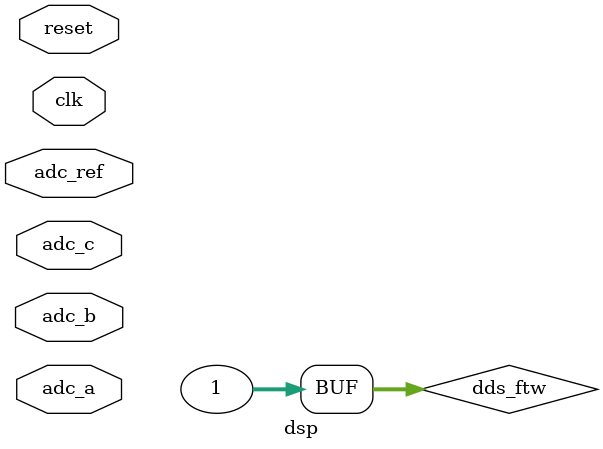
<source format=v>


`timescale 1 ns / 1 ns

module dsp #(
    parameter LO_FTW=1
) (
    input               clk,
    input               reset,
    input signed [13:0] adc_ref,
    input signed [13:0] adc_a,
    input signed [13:0] adc_b,
    input signed [13:0] adc_c
);
    wire [31:0] dds_ftw = LO_FTW;
    wire signed [17:0] lo_sin;
    wire signed [17:0] lo_cos;

    // ---------------------------------
    //  Generate local oscillator (LO)
    // ---------------------------------
    // shared for all channels
    rot_dds #(
        .lo_amp         (18'd79590)
    ) dds_inst (
        .clk            (clk),
        .reset          (reset),
        .phase_step_h   (dds_ftw[31:12]),
        .phase_step_l   (dds_ftw[11:0]),
        .modulo         (12'h0),
        .cosa           (lo_cos),
        .sina           (lo_sin)
    );

    wire signed [19:0] result_i;
    wire signed [19:0] result_q;
    wire strobe_cc;

    // ---------------------------------
    //  Digital down-converter
    // ---------------------------------
    //  * complex multiplication with complex LO to
    //    move signal of interest close to 0 Hz
    //  * Lowpass + decimation by factor of `cic_period`
    //  * Implemented as polyphase CIC filter,
    //    pipelined for `nadc` channels
    //  * outputs IQ of first channel on `strobe_cc` rising edge
    //  * `strobe_cc` falling edge after outputting last channel
    //  * contains circular waveform buffer functionality
    //    (not used yet)
    iq_trace #(
        .dw        (14),
        .oscw      (18),
        .davr      (3),
        .ow        (28),
        .rw        (20),
        .pcw       (13),
        .shift_base(7),
        .nadc      (4),
        .aw        (8)
    ) iq_trace_inst (
        .clk       (clk),
        .reset     (reset),
        .trig      (1'b1),
        .trig_mode (2'd0),
        .adcs      ({adc_c, adc_b, adc_a, adc_ref}),
        .cosa      (lo_cos),
        .sina      (lo_sin),

        .cic_period(13'd48),
        .cic_shift (4'd0),

        .result_i  (result_i),
        .result_q  (result_q),
        .strobe_cc (strobe_cc)
        // .keep      (keep)

    );


    // ---------------------------------
    //  arctan2(I, Q) (cordic)
    // ---------------------------------
    // convert IQ to polar coordinates to get
    // magnitude / angle
    // pipelined for `nadc` channels
    wire signed [19:0] mag_out;
    wire signed [20:0] phase_out;
    cordicg_b22 #(
        .nstg       (20),   // latency - 1
        .width      (20),
        .def_op     (2'd1)  // rect to polar, yout = 0
    ) cordic_r2p (
        .clk        (clk),
        .opin       (2'd1),
        .xin        (result_i),
        .yin        (result_q),
        .phasein    (21'h0),
        .yout       (),
        .xout       (mag_out),
        .phaseout   (phase_out)
    );

    wire strobe_r2p;
    reg_delay #(
        .dw (1),
        .len(21)
    ) strobe_delay (
        .clk  (clk),
        .reset(1'b0),
        .gate (1'b1),
        .din  (strobe_cc),
        .dout (strobe_r2p)
    );

    // ---------------------------------
    //  de-serialize (latch) the stream
    // ---------------------------------
    // also calculate phase difference to reference channel
    reg [19:0] mag_ref = 20'h0;
    reg [19:0] mag_a = 20'h0;
    reg [19:0] mag_b = 20'h0;
    reg [19:0] mag_c = 20'h0;
    reg signed [20:0] phase_ref = 21'h0;
    reg signed [20:0] phase_a = 21'h0;
    reg signed [20:0] phase_b = 21'h0;
    reg signed [20:0] phase_c = 21'h0;

    reg [ 3:0] sig_cnt = 4'h0;
    always @(posedge clk) begin
        sig_cnt <= 2'h0;
        if (strobe_r2p) begin
            sig_cnt <= sig_cnt + 1;
            case (sig_cnt)
                2'h0: begin
                    mag_ref <= mag_out;
                    phase_ref <= phase_out;
                end
                2'h1: begin
                    mag_a <= mag_out;
                    phase_a <= phase_out - phase_ref;
                end
                2'h2: begin
                    mag_b <= mag_out;
                    phase_b <= phase_out - phase_ref;
                end
                2'h3: begin
                    mag_c <= mag_out;
                    phase_c <= phase_out - phase_ref;
                end
            endcase // sig_cnt
        end
    end
endmodule

</source>
